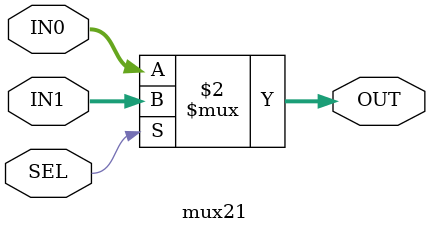
<source format=sv>
module mux21 #(parameter WIDTH=32) (
    input wire SEL,
    input wire [WIDTH-1:0] IN0,IN1,
    output reg [WIDTH-1:0] OUT
);

always_comb OUT=SEL?IN1:IN0;
    
endmodule
</source>
